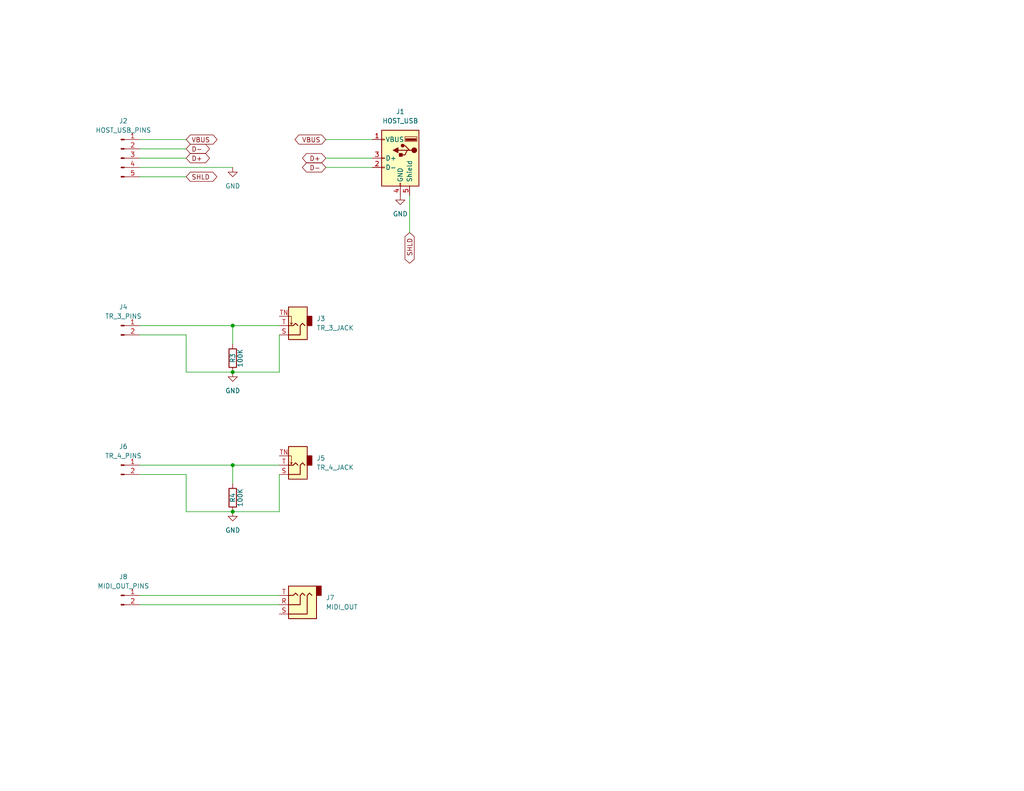
<source format=kicad_sch>
(kicad_sch (version 20250114) (generator "eeschema") (generator_version "9.0")
  (paper "USLetter")
  (title_block (title "ORN8 2HP Ext. Panel (Trig + TRS MIDI + USB)") (date "2025-11-26") (rev "3") (comment 3 "Aether Soundlab") (comment 4 "Beau Sterling"))
  (lib_symbols
    (symbol "Connector:Conn_01x02_Pin" (pin_names (offset 1.016) (hide yes))
      (property "Reference" "J" (at 0 2.54 0))
      (property "Value" "Conn_01x02_Pin" (at 0 -5.08 0))
      (symbol "Conn_01x02_Pin_1_1"
        (rectangle (start 0.8636 0.127) (end 0 -0.127) (stroke (width 0.1524)) (fill (type outline)))
        (rectangle (start 0.8636 -2.413) (end 0 -2.667) (stroke (width 0.1524)) (fill (type outline)))
        (polyline (pts (xy 1.27 0) (xy 0.8636 0)) (stroke (width 0.1524)))
        (polyline (pts (xy 1.27 -2.54) (xy 0.8636 -2.54)) (stroke (width 0.1524)))
        (pin passive line (at 5.08 0 180) (length 3.81) (name "Pin_1") (number "1"))
        (pin passive line (at 5.08 -2.54 180) (length 3.81) (name "Pin_2") (number "2"))
      )
    )
    (symbol "Connector:Conn_01x05_Pin" (pin_names (offset 1.016) (hide yes))
      (property "Reference" "J" (at 0 7.62 0))
      (property "Value" "Conn_01x05_Pin" (at 0 -7.62 0))
      (symbol "Conn_01x05_Pin_1_1"
        (rectangle (start 0.8636 5.207) (end 0 4.953) (stroke (width 0.1524)) (fill (type outline)))
        (rectangle (start 0.8636 2.667) (end 0 2.413) (stroke (width 0.1524)) (fill (type outline)))
        (rectangle (start 0.8636 0.127) (end 0 -0.127) (stroke (width 0.1524)) (fill (type outline)))
        (rectangle (start 0.8636 -2.413) (end 0 -2.667) (stroke (width 0.1524)) (fill (type outline)))
        (rectangle (start 0.8636 -4.953) (end 0 -5.207) (stroke (width 0.1524)) (fill (type outline)))
        (polyline (pts (xy 1.27 5.08) (xy 0.8636 5.08)) (stroke (width 0.1524)))
        (polyline (pts (xy 1.27 2.54) (xy 0.8636 2.54)) (stroke (width 0.1524)))
        (polyline (pts (xy 1.27 0) (xy 0.8636 0)) (stroke (width 0.1524)))
        (polyline (pts (xy 1.27 -2.54) (xy 0.8636 -2.54)) (stroke (width 0.1524)))
        (polyline (pts (xy 1.27 -5.08) (xy 0.8636 -5.08)) (stroke (width 0.1524)))
        (pin passive line (at 5.08 5.08 180) (length 3.81) (name "Pin_1") (number "1"))
        (pin passive line (at 5.08 2.54 180) (length 3.81) (name "Pin_2") (number "2"))
        (pin passive line (at 5.08 0 180) (length 3.81) (name "Pin_3") (number "3"))
        (pin passive line (at 5.08 -2.54 180) (length 3.81) (name "Pin_4") (number "4"))
        (pin passive line (at 5.08 -5.08 180) (length 3.81) (name "Pin_5") (number "5"))
      )
    )
    (symbol "Connector:USB_A" (pin_names (offset 1.016))
      (property "Reference" "J" (at -5.08 11.43 0))
      (property "Value" "USB_A" (at -5.08 8.89 0))
      (symbol "USB_A_0_1"
        (rectangle (start -5.08 -7.62) (end 5.08 7.62) (stroke (width 0.254)) (fill (type background)))
        (circle (center -3.81 2.159) (radius 0.635) (stroke (width 0.254)) (fill (type outline)))
        (polyline (pts (xy -3.175 2.159) (xy -2.54 2.159) (xy -1.27 3.429) (xy -0.635 3.429)) (stroke (width 0.254)))
        (polyline (pts (xy -2.54 2.159) (xy -1.905 2.159) (xy -1.27 0.889) (xy 0 0.889)) (stroke (width 0.254)))
        (rectangle (start -1.524 4.826) (end -4.318 5.334) (fill (type outline)))
        (rectangle (start -1.27 4.572) (end -4.572 5.842))
        (circle (center -0.635 3.429) (radius 0.381) (stroke (width 0.254)) (fill (type outline)))
        (rectangle (start -0.127 -7.62) (end 0.127 -6.858))
        (rectangle (start 0.254 1.27) (end -0.508 0.508) (stroke (width 0.254)) (fill (type outline)))
        (polyline (pts (xy 0.635 2.794) (xy 0.635 1.524) (xy 1.905 2.159) (xy 0.635 2.794)) (stroke (width 0.254)) (fill (type outline)))
        (rectangle (start 5.08 4.953) (end 4.318 5.207))
        (rectangle (start 5.08 -0.127) (end 4.318 0.127))
        (rectangle (start 5.08 -2.667) (end 4.318 -2.413))
      )
      (symbol "USB_A_1_1"
        (polyline (pts (xy -1.905 2.159) (xy 0.635 2.159)) (stroke (width 0.254)))
        (pin passive line (at -2.54 -10.16 90) (length 2.54) (name "Shield") (number "5"))
        (pin power_in line (at 0 -10.16 90) (length 2.54) (name "GND") (number "4"))
        (pin power_in line (at 7.62 5.08 180) (length 2.54) (name "VBUS") (number "1"))
        (pin bidirectional line (at 7.62 0 180) (length 2.54) (name "D+") (number "3"))
        (pin bidirectional line (at 7.62 -2.54 180) (length 2.54) (name "D-") (number "2"))
      )
    )
    (symbol "Connector_Audio:AudioJack2_SwitchT"
      (property "Reference" "J" (at 0 8.89 0))
      (property "Value" "AudioJack2_SwitchT" (at 0 6.35 0))
      (symbol "AudioJack2_SwitchT_0_1"
        (rectangle (start -2.54 0) (end -3.81 -2.54) (stroke (width 0.254)) (fill (type outline)))
        (polyline (pts (xy 0 0) (xy 0.635 -0.635) (xy 1.27 0) (xy 2.54 0)) (stroke (width 0.254)))
        (polyline (pts (xy 1.778 -0.254) (xy 2.032 -0.762)))
        (rectangle (start 2.54 3.81) (end -2.54 -5.08) (stroke (width 0.254)) (fill (type background)))
        (polyline (pts (xy 2.54 2.54) (xy -0.635 2.54) (xy -0.635 0) (xy -1.27 -0.635) (xy -1.905 0)) (stroke (width 0.254)))
        (polyline (pts (xy 2.54 -2.54) (xy 1.778 -2.54) (xy 1.778 -0.254) (xy 1.524 -0.762)))
      )
      (symbol "AudioJack2_SwitchT_1_1"
        (pin passive line (at 5.08 2.54 180) (length 2.54) (name "~") (number "S"))
        (pin passive line (at 5.08 0 180) (length 2.54) (name "~") (number "T"))
        (pin passive line (at 5.08 -2.54 180) (length 2.54) (name "~") (number "TN"))
      )
    )
    (symbol "Connector_Audio:AudioJack3"
      (property "Reference" "J" (at 0 8.89 0))
      (property "Value" "AudioJack3" (at 0 6.35 0))
      (symbol "AudioJack3_0_1"
        (rectangle (start -5.08 -5.08) (end -6.35 -2.54) (stroke (width 0.254)) (fill (type outline)))
        (polyline (pts (xy -1.905 -2.54) (xy -1.27 -3.175) (xy -0.635 -2.54) (xy -0.635 0) (xy 2.54 0)) (stroke (width 0.254)))
        (polyline (pts (xy 0 -2.54) (xy 0.635 -3.175) (xy 1.27 -2.54) (xy 2.54 -2.54)) (stroke (width 0.254)))
        (rectangle (start 2.54 3.81) (end -5.08 -5.08) (stroke (width 0.254)) (fill (type background)))
        (polyline (pts (xy 2.54 2.54) (xy -2.54 2.54) (xy -2.54 -2.54) (xy -3.175 -3.175) (xy -3.81 -2.54)) (stroke (width 0.254)))
      )
      (symbol "AudioJack3_1_1"
        (pin passive line (at 5.08 2.54 180) (length 2.54) (name "~") (number "S"))
        (pin passive line (at 5.08 0 180) (length 2.54) (name "~") (number "R"))
        (pin passive line (at 5.08 -2.54 180) (length 2.54) (name "~") (number "T"))
      )
    )
    (symbol "Device:R" (pin_numbers (hide yes)) (pin_names (offset 0))
      (property "Reference" "R" (at 2.032 0 90))
      (property "Value" "R" (at 0 0 90))
      (symbol "R_0_1"
        (rectangle (start -1.016 -2.54) (end 1.016 2.54) (stroke (width 0.254)))
      )
      (symbol "R_1_1"
        (pin passive line (at 0 3.81 270) (length 1.27) (name "~") (number "1"))
        (pin passive line (at 0 -3.81 90) (length 1.27) (name "~") (number "2"))
      )
    )
    (symbol "power:GND" (power) (pin_numbers (hide yes)) (pin_names (offset 0) (hide yes))
      (property "Value" "GND" (at 0 -3.81 0))
      (symbol "GND_0_1"
        (polyline (pts (xy 0 0) (xy 0 -1.27) (xy 1.27 -1.27) (xy 0 -2.54) (xy -1.27 -1.27) (xy 0 -1.27)))
      )
      (symbol "GND_1_1"
        (pin power_in line (at 0 0 270) (length 0) (name "~") (number "1"))
      )
    )
  )
  (junction (at 63.5 139.7))
  (junction (at 63.5 127))
  (junction (at 63.5 101.6))
  (junction (at 63.5 88.9))
  (wire (pts (xy 63.5 127) (xy 76.2 127)))
  (wire (pts (xy 111.76 53.34) (xy 111.76 63.5)))
  (wire (pts (xy 50.8 43.18) (xy 38.1 43.18)))
  (wire (pts (xy 63.5 101.6) (xy 76.2 101.6)))
  (wire (pts (xy 38.1 45.72) (xy 63.5 45.72)))
  (wire (pts (xy 101.6 45.72) (xy 88.9 45.72)))
  (wire (pts (xy 50.8 91.44) (xy 38.1 91.44)))
  (wire (pts (xy 63.5 127) (xy 63.5 132.08)))
  (wire (pts (xy 50.8 101.6) (xy 50.8 91.44)))
  (wire (pts (xy 38.1 38.1) (xy 50.8 38.1)))
  (wire (pts (xy 38.1 162.56) (xy 76.2 162.56)))
  (wire (pts (xy 76.2 139.7) (xy 76.2 129.54)))
  (wire (pts (xy 101.6 43.18) (xy 88.9 43.18)))
  (wire (pts (xy 38.1 165.1) (xy 76.2 165.1)))
  (wire (pts (xy 101.6 38.1) (xy 88.9 38.1)))
  (wire (pts (xy 38.1 40.64) (xy 50.8 40.64)))
  (wire (pts (xy 63.5 88.9) (xy 63.5 93.98)))
  (wire (pts (xy 63.5 139.7) (xy 76.2 139.7)))
  (wire (pts (xy 76.2 101.6) (xy 76.2 91.44)))
  (wire (pts (xy 38.1 127) (xy 63.5 127)))
  (wire (pts (xy 38.1 88.9) (xy 63.5 88.9)))
  (wire (pts (xy 50.8 139.7) (xy 50.8 129.54)))
  (wire (pts (xy 63.5 88.9) (xy 76.2 88.9)))
  (wire (pts (xy 50.8 129.54) (xy 38.1 129.54)))
  (wire (pts (xy 38.1 48.26) (xy 50.8 48.26)))
  (wire (pts (xy 63.5 101.6) (xy 50.8 101.6)))
  (wire (pts (xy 63.5 139.7) (xy 50.8 139.7)))
  (global_label "VBUS" (shape bidirectional) (at 88.9 38.1 180) (property "Intersheetrefs" "${INTERSHEET_REFS}" (effects (hide yes))))
  (global_label "SHLD" (shape bidirectional) (at 111.76 63.5 270) (property "Intersheetrefs" "${INTERSHEET_REFS}" (effects (hide yes))))
  (global_label "SHLD" (shape bidirectional) (at 50.8 48.26 0) (property "Intersheetrefs" "${INTERSHEET_REFS}" (effects (hide yes))))
  (global_label "VBUS" (shape bidirectional) (at 50.8 38.1 0) (property "Intersheetrefs" "${INTERSHEET_REFS}" (effects (hide yes))))
  (global_label "D+" (shape bidirectional) (at 88.9 43.18 180) (property "Intersheetrefs" "${INTERSHEET_REFS}" (effects (hide yes))))
  (global_label "D-" (shape bidirectional) (at 50.8 40.64 0) (property "Intersheetrefs" "${INTERSHEET_REFS}" (effects (hide yes))))
  (global_label "D-" (shape bidirectional) (at 88.9 45.72 180) (property "Intersheetrefs" "${INTERSHEET_REFS}" (effects (hide yes))))
  (global_label "D+" (shape bidirectional) (at 50.8 43.18 0) (property "Intersheetrefs" "${INTERSHEET_REFS}" (effects (hide yes))))
  (symbol (lib_id "Connector:Conn_01x02_Pin") (at 33.02 127 0) (unit 1)
    (property "Reference" "J6" (at 33.655 121.92 0))
    (property "Value" "TR_4_PINS" (at 33.655 124.46 0))
    (property "Footprint" "Connector_PinHeader_2.54mm:PinHeader_1x02_P2.54mm_Vertical" (effects (hide yes)))
    (property "Description" "Generic connector, single row, 01x02, script generated" (effects (hide yes)))
  )
  (symbol (lib_id "power:GND") (at 109.22 53.34 0) (mirror y) (unit 1)
    (property "Reference" "#PWR03" (effects (hide yes)))
    (property "Value" "GND" (at 109.22 58.42 0))
    (property "Description" "Power symbol creates a global label with name \"GND\" , ground" (effects (hide yes)))
  )
  (symbol (lib_id "Connector:Conn_01x02_Pin") (at 33.02 162.56 0) (unit 1)
    (property "Reference" "J8" (at 33.655 157.48 0))
    (property "Value" "MIDI_OUT_PINS" (at 33.655 160.02 0))
    (property "Footprint" "Connector_PinHeader_2.54mm:PinHeader_1x02_P2.54mm_Vertical" (effects (hide yes)))
    (property "Description" "Generic connector, single row, 01x02, script generated" (effects (hide yes)))
  )
  (symbol (lib_id "power:GND") (at 63.5 45.72 0) (unit 1)
    (property "Reference" "#PWR01" (effects (hide yes)))
    (property "Value" "GND" (at 63.5 50.8 0))
    (property "Description" "Power symbol creates a global label with name \"GND\" , ground" (effects (hide yes)))
  )
  (symbol (lib_id "Device:R") (at 63.5 97.79 180) (unit 1)
    (property "Reference" "R3" (at 63.5 97.79 90))
    (property "Value" "100K" (at 65.532 97.79 90))
    (property "Footprint" "Resistor_SMD:R_0805_2012Metric_Pad1.20x1.40mm_HandSolder" (effects (hide yes)))
    (property "Description" "Resistor" (effects (hide yes)))
  )
  (symbol (lib_id "power:GND") (at 63.5 139.7 0) (unit 1)
    (property "Reference" "#PWR05" (effects (hide yes)))
    (property "Value" "GND" (at 63.5 144.78 0))
    (property "Description" "Power symbol creates a global label with name \"GND\" , ground" (effects (hide yes)))
  )
  (symbol (lib_id "Connector_Audio:AudioJack2_SwitchT") (at 81.28 88.9 180) (unit 1)
    (property "Reference" "J3" (at 86.36 86.9949 0) (effects (justify right)))
    (property "Value" "TR_3_JACK" (at 86.36 89.5349 0) (effects (justify right)))
    (property "Footprint" "Connector_Audio:Jack_3.5mm_QingPu_WQP-PJ398SM_Vertical_CircularHoles" (effects (hide yes)))
    (property "Description" "Audio Jack, 2 Poles (Mono / TS), Switched T Pole (Normalling)" (effects (hide yes)))
  )
  (symbol (lib_id "Connector_Audio:AudioJack2_SwitchT") (at 81.28 127 180) (unit 1)
    (property "Reference" "J5" (at 86.36 125.0949 0) (effects (justify right)))
    (property "Value" "TR_4_JACK" (at 86.36 127.6349 0) (effects (justify right)))
    (property "Footprint" "Connector_Audio:Jack_3.5mm_QingPu_WQP-PJ398SM_Vertical_CircularHoles" (effects (hide yes)))
    (property "Description" "Audio Jack, 2 Poles (Mono / TS), Switched T Pole (Normalling)" (effects (hide yes)))
  )
  (symbol (lib_id "Connector:Conn_01x02_Pin") (at 33.02 88.9 0) (unit 1)
    (property "Reference" "J4" (at 33.655 83.82 0))
    (property "Value" "TR_3_PINS" (at 33.655 86.36 0))
    (property "Footprint" "Connector_PinHeader_2.54mm:PinHeader_1x02_P2.54mm_Vertical" (effects (hide yes)))
    (property "Description" "Generic connector, single row, 01x02, script generated" (effects (hide yes)))
  )
  (symbol (lib_id "Connector:USB_A") (at 109.22 43.18 0) (mirror y) (unit 1)
    (property "Reference" "J1" (at 109.22 30.48 0))
    (property "Value" "HOST_USB" (at 109.22 33.02 0))
    (property "Footprint" "Library:USB_A_AliExpress_Vertical" (effects (hide yes)))
    (property "Description" "USB Type A connector" (effects (hide yes)))
  )
  (symbol (lib_id "power:GND") (at 63.5 101.6 0) (unit 1)
    (property "Reference" "#PWR04" (effects (hide yes)))
    (property "Value" "GND" (at 63.5 106.68 0))
    (property "Description" "Power symbol creates a global label with name \"GND\" , ground" (effects (hide yes)))
  )
  (symbol (lib_id "Device:R") (at 63.5 135.89 180) (unit 1)
    (property "Reference" "R4" (at 63.5 135.89 90))
    (property "Value" "100K" (at 65.532 135.89 90))
    (property "Footprint" "Resistor_SMD:R_0805_2012Metric_Pad1.20x1.40mm_HandSolder" (effects (hide yes)))
    (property "Description" "Resistor" (effects (hide yes)))
  )
  (symbol (lib_id "Connector_Audio:AudioJack3") (at 81.28 165.1 180) (unit 1)
    (property "Reference" "J7" (at 88.9 163.1949 0) (effects (justify right)))
    (property "Value" "MIDI_OUT" (at 88.9 165.7349 0) (effects (justify right)))
    (property "Footprint" "Connector_Audio:Jack_3.5mm_QingPu_WQP-PJ398SM_Vertical_CircularHoles" (effects (hide yes)))
    (property "Description" "Audio Jack, 3 Poles (Stereo / TRS)" (effects (hide yes)))
  )
  (symbol (lib_id "Connector:Conn_01x05_Pin") (at 33.02 43.18 0) (unit 1)
    (property "Reference" "J2" (at 33.655 33.02 0))
    (property "Value" "HOST_USB_PINS" (at 33.655 35.56 0))
    (property "Footprint" "Connector_PinHeader_2.54mm:PinHeader_1x05_P2.54mm_Vertical" (effects (hide yes)))
    (property "Description" "Generic connector, single row, 01x05, script generated" (effects (hide yes)))
  )
)
</source>
